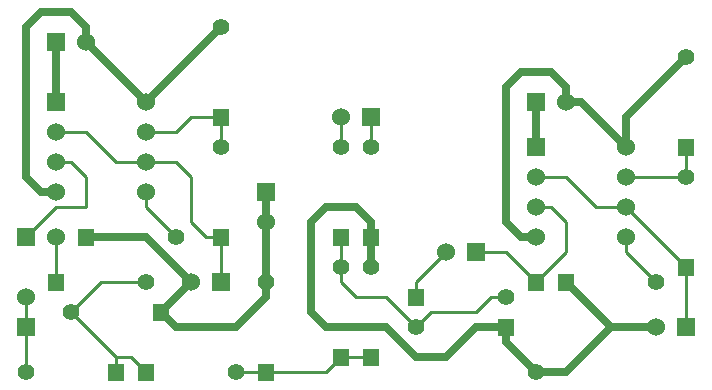
<source format=gbr>
G04 start of page 2 for group 0 idx 0 *
G04 Title: (unknown), top *
G04 Creator: pcb 20110918 *
G04 CreationDate: Sat 15 Jun 2013 04:56:44 AM GMT UTC *
G04 For: commonadmin *
G04 Format: Gerber/RS-274X *
G04 PCB-Dimensions: 600000 500000 *
G04 PCB-Coordinate-Origin: lower left *
%MOIN*%
%FSLAX25Y25*%
%LNTOP*%
%ADD18C,0.0300*%
%ADD17C,0.0380*%
%ADD16C,0.0280*%
%ADD15C,0.0550*%
%ADD14C,0.0600*%
%ADD13C,0.0001*%
%ADD12C,0.0100*%
%ADD11C,0.0250*%
G54D11*X105000Y30000D02*X110000Y25000D01*
G54D12*X125000Y15000D02*X115000D01*
G54D11*X110000Y25000D02*X130000D01*
G54D12*X110000Y10000D02*X115000Y15000D01*
X110000Y10000D02*X80000D01*
G54D11*Y25000D02*X90000Y35000D01*
G54D12*X140000Y25000D02*X130000Y35000D01*
G54D11*Y25000D02*X140000Y15000D01*
G54D12*Y25000D02*X145000Y30000D01*
X130000Y35000D02*X120000D01*
X115000Y40000D01*
Y55000D01*
G54D11*X105000Y60000D02*Y30000D01*
X125000Y60000D02*Y45000D01*
X90000Y35000D02*Y70000D01*
G54D12*X140000Y35000D02*Y40000D01*
G54D11*X125000Y60000D02*X120000Y65000D01*
G54D12*X125000Y85000D02*Y95000D01*
X115000Y85000D02*Y95000D01*
G54D11*X120000Y65000D02*X110000D01*
X105000Y60000D01*
X190000Y10000D02*X205000Y25000D01*
X190000Y10000D02*X180000D01*
X170000Y20000D01*
Y25000D01*
G54D12*Y35000D02*X165000D01*
G54D11*X170000Y25000D02*X160000D01*
X150000Y15000D01*
X140000D02*X150000D01*
G54D12*X145000Y30000D02*X160000D01*
X165000Y35000D02*X160000Y30000D01*
Y50000D02*X170000D01*
X180000Y40000D01*
X140000D02*X150000Y50000D01*
X190000D02*X180000Y40000D01*
G54D11*X220000Y25000D02*X205000D01*
X190000Y40000D01*
G54D12*X230000Y25000D02*Y45000D01*
X210000Y50000D02*X220000Y40000D01*
X190000Y60000D02*Y50000D01*
X185000Y65000D02*X190000Y60000D01*
X210000Y55000D02*Y50000D01*
Y65000D02*X200000D01*
X230000Y45000D02*X210000Y65000D01*
X180000D02*X185000D01*
X190000Y75000D02*X180000D01*
X200000Y65000D02*X190000Y75000D01*
X230000Y85000D02*Y75000D01*
X210000D01*
G54D11*Y85000D02*Y95000D01*
X195000Y100000D02*X210000Y85000D01*
Y95000D02*X230000Y115000D01*
X190000Y105000D02*Y100000D01*
X195000D01*
X185000Y110000D02*X190000Y105000D01*
X175000Y110000D02*X185000D01*
X170000Y105000D02*X175000Y110000D01*
X180000Y100000D02*Y85000D01*
X170000Y60000D02*Y105000D01*
X175000Y55000D02*X170000Y60000D01*
X180000Y55000D02*X175000D01*
G54D12*X40000Y10000D02*Y15000D01*
X25000Y30000D01*
X40000Y15000D02*X45000D01*
X50000Y10000D01*
Y40000D02*X35000D01*
X25000Y30000D01*
G54D11*X30000Y55000D02*X50000D01*
G54D12*X10000Y10000D02*Y35000D01*
X50000Y90000D02*X60000D01*
X65000Y95000D02*X75000D01*
X60000Y90000D02*X65000Y95000D01*
X50000Y65000D02*X60000Y55000D01*
X70000D02*X75000D01*
X65000Y60000D02*X70000Y55000D01*
X50000Y70000D02*Y65000D01*
X40000Y80000D02*X60000D01*
X65000Y75000D02*Y60000D01*
X60000Y80000D02*X65000Y75000D01*
X75000Y85000D02*Y95000D01*
G54D11*X50000Y100000D02*X75000Y125000D01*
X65000Y40000D02*X50000Y55000D01*
X65000Y40000D02*X55000Y30000D01*
X60000Y25000D01*
X80000D01*
G54D12*X75000Y40000D02*Y55000D01*
X30000Y90000D02*X40000Y80000D01*
X25000D02*X20000D01*
X30000Y75000D02*X25000Y80000D01*
X20000Y90000D02*X30000D01*
Y75000D02*Y65000D01*
X20000D01*
X10000Y55000D01*
G54D11*X15000Y70000D02*X20000D01*
G54D12*Y55000D02*Y40000D01*
G54D11*X30000Y120000D02*X50000Y100000D01*
X30000Y120000D02*Y125000D01*
X25000Y130000D01*
X15000D01*
X10000Y125000D01*
Y75000D01*
X15000Y70000D01*
X20000Y100000D02*Y120000D01*
G54D13*G36*
X177000Y88000D02*Y82000D01*
X183000D01*
Y88000D01*
X177000D01*
G37*
G54D14*X210000Y85000D03*
X180000Y75000D03*
X210000D03*
G54D13*G36*
X177000Y103000D02*Y97000D01*
X183000D01*
Y103000D01*
X177000D01*
G37*
G36*
X177250Y42750D02*Y37250D01*
X182750D01*
Y42750D01*
X177250D01*
G37*
G54D14*X190000Y100000D03*
G54D13*G36*
X187250Y42750D02*Y37250D01*
X192750D01*
Y42750D01*
X187250D01*
G37*
G36*
X227250Y87750D02*Y82250D01*
X232750D01*
Y87750D01*
X227250D01*
G37*
G36*
Y47750D02*Y42250D01*
X232750D01*
Y47750D01*
X227250D01*
G37*
G54D15*X230000Y75000D03*
Y115000D03*
G54D14*X20000Y70000D03*
X50000D03*
Y80000D03*
Y90000D03*
G54D13*G36*
X17000Y103000D02*Y97000D01*
X23000D01*
Y103000D01*
X17000D01*
G37*
G54D14*X20000Y90000D03*
Y80000D03*
G54D13*G36*
X17000Y123000D02*Y117000D01*
X23000D01*
Y123000D01*
X17000D01*
G37*
G54D14*X30000Y120000D03*
X50000Y100000D03*
G54D13*G36*
X17250Y42750D02*Y37250D01*
X22750D01*
Y42750D01*
X17250D01*
G37*
G36*
X7000Y58000D02*Y52000D01*
X13000D01*
Y58000D01*
X7000D01*
G37*
G54D15*X25000Y30000D03*
X10000Y10000D03*
G54D13*G36*
X7000Y28000D02*Y22000D01*
X13000D01*
Y28000D01*
X7000D01*
G37*
G54D14*X10000Y35000D03*
X20000Y55000D03*
G54D13*G36*
X27250Y57750D02*Y52250D01*
X32750D01*
Y57750D01*
X27250D01*
G37*
G36*
X37250Y12750D02*Y7250D01*
X42750D01*
Y12750D01*
X37250D01*
G37*
G36*
X47250D02*Y7250D01*
X52750D01*
Y12750D01*
X47250D01*
G37*
G54D15*X80000Y10000D03*
G54D13*G36*
X87250Y12750D02*Y7250D01*
X92750D01*
Y12750D01*
X87250D01*
G37*
G36*
X122250Y17750D02*Y12250D01*
X127750D01*
Y17750D01*
X122250D01*
G37*
G36*
X112250D02*Y12250D01*
X117750D01*
Y17750D01*
X112250D01*
G37*
G54D15*X50000Y40000D03*
X60000Y55000D03*
G54D13*G36*
X72000Y43000D02*Y37000D01*
X78000D01*
Y43000D01*
X72000D01*
G37*
G54D14*X65000Y40000D03*
G54D13*G36*
X52250Y32750D02*Y27250D01*
X57750D01*
Y32750D01*
X52250D01*
G37*
G36*
X112250Y57750D02*Y52250D01*
X117750D01*
Y57750D01*
X112250D01*
G37*
G36*
X72250Y97750D02*Y92250D01*
X77750D01*
Y97750D01*
X72250D01*
G37*
G36*
X122000Y98000D02*Y92000D01*
X128000D01*
Y98000D01*
X122000D01*
G37*
G54D14*X115000Y95000D03*
G54D15*X75000Y125000D03*
G54D13*G36*
X87000Y73000D02*Y67000D01*
X93000D01*
Y73000D01*
X87000D01*
G37*
G54D14*X90000Y60000D03*
G54D13*G36*
X72250Y57750D02*Y52250D01*
X77750D01*
Y57750D01*
X72250D01*
G37*
G54D15*X75000Y85000D03*
X90000Y40000D03*
X125000Y45000D03*
X115000D03*
G54D13*G36*
X122250Y57750D02*Y52250D01*
X127750D01*
Y57750D01*
X122250D01*
G37*
G54D15*X125000Y85000D03*
X115000D03*
G54D14*X180000Y65000D03*
Y55000D03*
X210000Y65000D03*
G54D13*G36*
X157000Y53000D02*Y47000D01*
X163000D01*
Y53000D01*
X157000D01*
G37*
G54D14*X150000Y50000D03*
X210000Y55000D03*
G54D15*X220000Y40000D03*
G54D13*G36*
X227000Y28000D02*Y22000D01*
X233000D01*
Y28000D01*
X227000D01*
G37*
G54D14*X220000Y25000D03*
G54D15*X180000Y10000D03*
G54D13*G36*
X137250Y37750D02*Y32250D01*
X142750D01*
Y37750D01*
X137250D01*
G37*
G54D15*X140000Y25000D03*
X170000Y35000D03*
G54D13*G36*
X167250Y27750D02*Y22250D01*
X172750D01*
Y27750D01*
X167250D01*
G37*
G54D16*G54D17*G54D18*G54D17*G54D18*G54D16*G54D17*G54D16*G54D18*G54D17*G54D18*G54D17*G54D18*G54D17*G54D18*G54D16*G54D18*G54D16*G54D18*M02*

</source>
